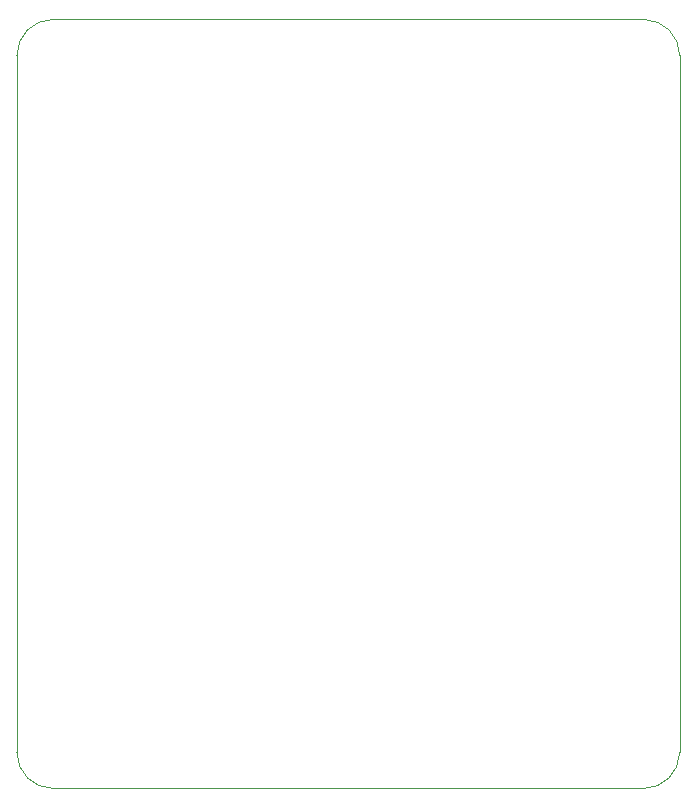
<source format=gko>
G04*
G04 #@! TF.GenerationSoftware,Altium Limited,Altium Designer,23.0.1 (38)*
G04*
G04 Layer_Color=16711935*
%FSLAX25Y25*%
%MOIN*%
G70*
G04*
G04 #@! TF.SameCoordinates,5643ACED-D155-4500-AF81-F5B34C59678D*
G04*
G04*
G04 #@! TF.FilePolarity,Positive*
G04*
G01*
G75*
%ADD41C,0.00200*%
D41*
X100000Y112000D02*
G03*
X112000Y100000I12000J0D01*
G01*
X308913D02*
G03*
X320913Y112000I0J12000D01*
G01*
Y344346D02*
G03*
X308913Y356347I-12000J0D01*
G01*
X112000D02*
G03*
X100000Y344346I0J-12000D01*
G01*
X112000Y100000D02*
X308913D01*
X320913Y112000D02*
Y344346D01*
X112000Y356347D02*
X308913D01*
X100000Y112000D02*
Y344346D01*
M02*

</source>
